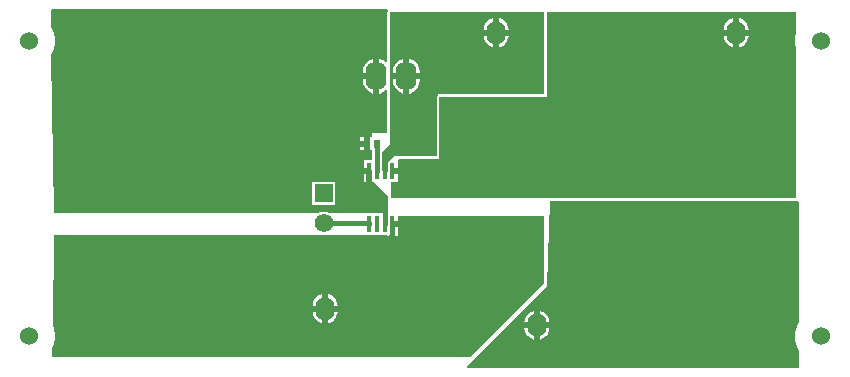
<source format=gbr>
G04*
G04 #@! TF.GenerationSoftware,Altium Limited,Altium Designer,23.0.1 (38)*
G04*
G04 Layer_Physical_Order=1*
G04 Layer_Color=255*
%FSLAX25Y25*%
%MOIN*%
G70*
G04*
G04 #@! TF.SameCoordinates,E18D91D4-50B4-47E9-96DD-EFB38571A0BB*
G04*
G04*
G04 #@! TF.FilePolarity,Positive*
G04*
G01*
G75*
%ADD15R,0.01700X0.05500*%
%ADD16R,0.02362X0.02520*%
%ADD17R,0.21900X0.13800*%
%ADD23C,0.06181*%
%ADD24R,0.06181X0.06181*%
%ADD26C,0.01500*%
%ADD27O,0.17717X0.12795*%
%ADD28C,0.06000*%
%ADD29O,0.06890X0.09843*%
%ADD30O,0.06299X0.07874*%
%ADD31C,0.05000*%
G36*
X131258Y120308D02*
X131256Y120296D01*
X131197Y120000D01*
Y103237D01*
X130724Y103077D01*
X130670Y103147D01*
X129742Y103859D01*
X128660Y104307D01*
X128500Y104328D01*
Y98500D01*
Y92672D01*
X128660Y92693D01*
X129742Y93141D01*
X130670Y93853D01*
X130724Y93923D01*
X131197Y93763D01*
Y79697D01*
X131000Y79500D01*
X126000D01*
Y78260D01*
X125268D01*
Y76000D01*
Y73740D01*
X126000D01*
Y70650D01*
X123350D01*
Y67900D01*
X125200D01*
Y66900D01*
X126062D01*
Y63362D01*
X126200D01*
Y63150D01*
X126850D01*
X131500Y58500D01*
Y53000D01*
X130260Y53000D01*
X111694D01*
X111497Y53114D01*
X110511Y53378D01*
X109490D01*
X108503Y53114D01*
X108306Y53000D01*
X20000Y53000D01*
X19224Y105741D01*
X19487Y106133D01*
X20140Y107710D01*
X20472Y109383D01*
Y111089D01*
X20140Y112763D01*
X19487Y114339D01*
X19089Y114934D01*
X19008Y120440D01*
X19359Y120796D01*
X130983D01*
X131258Y120308D01*
D02*
G37*
G36*
X183500Y92500D02*
X148000D01*
Y92113D01*
X147932Y92068D01*
X147758Y91807D01*
X147697Y91500D01*
Y72000D01*
X131500D01*
Y70650D01*
X131300D01*
Y70438D01*
X131162D01*
Y66900D01*
X129338D01*
Y70438D01*
X129300D01*
Y70650D01*
X129284D01*
Y73284D01*
X132000Y76000D01*
Y120000D01*
X183500D01*
Y92500D01*
D02*
G37*
G36*
X267500Y113033D02*
X267388Y112763D01*
X267055Y111089D01*
Y109383D01*
X267388Y107710D01*
X267500Y107439D01*
Y58000D01*
X132500D01*
Y63150D01*
X134650D01*
Y65900D01*
X132800D01*
Y67900D01*
X134650D01*
Y70650D01*
X135005Y71000D01*
X148500D01*
Y91500D01*
X184500D01*
Y120000D01*
X267500D01*
Y113033D01*
D02*
G37*
G36*
X183500Y29500D02*
X159000Y5000D01*
X19856D01*
X19504Y5356D01*
X19534Y7823D01*
X20140Y9285D01*
X20472Y10958D01*
Y12664D01*
X20140Y14337D01*
X19627Y15574D01*
X19988Y45500D01*
X130950D01*
Y45350D01*
X131800D01*
Y45562D01*
X131938D01*
Y49100D01*
X132800D01*
Y50100D01*
X134650D01*
Y52000D01*
X183500D01*
Y29500D01*
D02*
G37*
G36*
X268500Y56500D02*
Y16601D01*
X268041Y15914D01*
X267388Y14337D01*
X267055Y12664D01*
Y10958D01*
X267388Y9285D01*
X268041Y7708D01*
X268500Y7021D01*
Y1204D01*
X157858D01*
X157666Y1666D01*
X184500Y28500D01*
X185500Y57000D01*
X268000D01*
X268500Y56500D01*
D02*
G37*
%LPC*%
G36*
X126500Y104328D02*
X126340Y104307D01*
X125258Y103859D01*
X124330Y103147D01*
X123617Y102218D01*
X123170Y101137D01*
X123017Y99976D01*
Y99500D01*
X126500D01*
Y104328D01*
D02*
G37*
G36*
Y97500D02*
X123017D01*
Y97024D01*
X123170Y95863D01*
X123617Y94782D01*
X124330Y93853D01*
X125258Y93141D01*
X126340Y92693D01*
X126500Y92672D01*
Y97500D01*
D02*
G37*
G36*
X123268Y78260D02*
X122087D01*
Y77000D01*
X123268D01*
Y78260D01*
D02*
G37*
G36*
Y75000D02*
X122087D01*
Y73740D01*
X123268D01*
Y75000D01*
D02*
G37*
G36*
X124200Y65900D02*
X123350D01*
Y63150D01*
X124200D01*
Y65900D01*
D02*
G37*
G36*
X113878Y63378D02*
X106122D01*
Y55622D01*
X113878D01*
Y63378D01*
D02*
G37*
G36*
X168500Y117841D02*
Y114000D01*
X171657D01*
X171543Y114871D01*
X171125Y115880D01*
X170459Y116747D01*
X169593Y117412D01*
X168583Y117830D01*
X168500Y117841D01*
D02*
G37*
G36*
X166500D02*
X166417Y117830D01*
X165407Y117412D01*
X164541Y116747D01*
X163875Y115880D01*
X163457Y114871D01*
X163343Y114000D01*
X166500D01*
Y117841D01*
D02*
G37*
G36*
X171657Y112000D02*
X168500D01*
Y108159D01*
X168583Y108170D01*
X169593Y108588D01*
X170459Y109253D01*
X171125Y110120D01*
X171543Y111129D01*
X171657Y112000D01*
D02*
G37*
G36*
X166500D02*
X163343D01*
X163457Y111129D01*
X163875Y110120D01*
X164541Y109253D01*
X165407Y108588D01*
X166417Y108170D01*
X166500Y108159D01*
Y112000D01*
D02*
G37*
G36*
X138500Y104328D02*
Y99500D01*
X141983D01*
Y99976D01*
X141831Y101137D01*
X141383Y102218D01*
X140670Y103147D01*
X139742Y103859D01*
X138660Y104307D01*
X138500Y104328D01*
D02*
G37*
G36*
X136500D02*
X136340Y104307D01*
X135258Y103859D01*
X134330Y103147D01*
X133617Y102218D01*
X133169Y101137D01*
X133017Y99976D01*
Y99500D01*
X136500D01*
Y104328D01*
D02*
G37*
G36*
X141983Y97500D02*
X138500D01*
Y92672D01*
X138660Y92693D01*
X139742Y93141D01*
X140670Y93853D01*
X141383Y94782D01*
X141831Y95863D01*
X141983Y97024D01*
Y97500D01*
D02*
G37*
G36*
X136500D02*
X133017D01*
Y97024D01*
X133169Y95863D01*
X133617Y94782D01*
X134330Y93853D01*
X135258Y93141D01*
X136340Y92693D01*
X136500Y92672D01*
Y97500D01*
D02*
G37*
G36*
X248500Y117841D02*
Y114000D01*
X251657D01*
X251543Y114871D01*
X251125Y115880D01*
X250460Y116747D01*
X249593Y117412D01*
X248583Y117830D01*
X248500Y117841D01*
D02*
G37*
G36*
X246500D02*
X246417Y117830D01*
X245407Y117412D01*
X244541Y116747D01*
X243875Y115880D01*
X243457Y114871D01*
X243343Y114000D01*
X246500D01*
Y117841D01*
D02*
G37*
G36*
X251657Y112000D02*
X248500D01*
Y108159D01*
X248583Y108170D01*
X249593Y108588D01*
X250460Y109253D01*
X251125Y110120D01*
X251543Y111129D01*
X251657Y112000D01*
D02*
G37*
G36*
X246500D02*
X243343D01*
X243457Y111129D01*
X243875Y110120D01*
X244541Y109253D01*
X245407Y108588D01*
X246417Y108170D01*
X246500Y108159D01*
Y112000D01*
D02*
G37*
G36*
X134650Y48100D02*
X133800D01*
Y45350D01*
X134650D01*
Y48100D01*
D02*
G37*
G36*
X111500Y25841D02*
Y22000D01*
X114657D01*
X114543Y22871D01*
X114125Y23880D01*
X113460Y24747D01*
X112593Y25412D01*
X111583Y25830D01*
X111500Y25841D01*
D02*
G37*
G36*
X109500D02*
X109417Y25830D01*
X108407Y25412D01*
X107541Y24747D01*
X106875Y23880D01*
X106457Y22871D01*
X106343Y22000D01*
X109500D01*
Y25841D01*
D02*
G37*
G36*
X114657Y20000D02*
X111500D01*
Y16159D01*
X111583Y16170D01*
X112593Y16588D01*
X113460Y17253D01*
X114125Y18120D01*
X114543Y19129D01*
X114657Y20000D01*
D02*
G37*
G36*
X109500D02*
X106343D01*
X106457Y19129D01*
X106875Y18120D01*
X107541Y17253D01*
X108407Y16588D01*
X109417Y16170D01*
X109500Y16159D01*
Y20000D01*
D02*
G37*
G36*
X182000Y20341D02*
Y16500D01*
X185157D01*
X185043Y17371D01*
X184625Y18380D01*
X183959Y19247D01*
X183093Y19912D01*
X182083Y20330D01*
X182000Y20341D01*
D02*
G37*
G36*
X180000D02*
X179917Y20330D01*
X178907Y19912D01*
X178041Y19247D01*
X177375Y18380D01*
X176957Y17371D01*
X176843Y16500D01*
X180000D01*
Y20341D01*
D02*
G37*
G36*
X185157Y14500D02*
X182000D01*
Y10659D01*
X182083Y10670D01*
X183093Y11088D01*
X183959Y11753D01*
X184625Y12620D01*
X185043Y13629D01*
X185157Y14500D01*
D02*
G37*
G36*
X180000D02*
X176843D01*
X176957Y13629D01*
X177375Y12620D01*
X178041Y11753D01*
X178907Y11088D01*
X179917Y10670D01*
X180000Y10659D01*
Y14500D01*
D02*
G37*
%LPD*%
D15*
X130300Y49100D02*
D03*
X127700D02*
D03*
X125200D02*
D03*
Y66900D02*
D03*
X127700D02*
D03*
X130300D02*
D03*
X132800D02*
D03*
Y49100D02*
D03*
D16*
X124268Y76000D02*
D03*
X127732D02*
D03*
D17*
X166269Y44508D02*
D03*
Y75708D02*
D03*
D23*
X110000Y49500D02*
D03*
D24*
Y59500D02*
D03*
D26*
X130280Y67055D02*
Y70369D01*
X138000Y78090D01*
Y82500D01*
X127716Y66916D02*
Y75984D01*
X127700Y66900D02*
X127716Y66916D01*
X137500Y83000D02*
X138000Y82500D01*
X137500Y83000D02*
Y98500D01*
X125200Y60600D02*
X130300Y55500D01*
Y49100D02*
Y55500D01*
X125200Y60600D02*
Y66900D01*
X127716Y75984D02*
X127732Y76000D01*
X125100Y49500D02*
X125200Y49400D01*
Y49100D02*
Y49400D01*
X110000Y49500D02*
X125100D01*
D27*
X41346Y84031D02*
D03*
X84654Y22220D02*
D03*
Y99779D02*
D03*
Y37969D02*
D03*
X41346Y99779D02*
D03*
X84654Y84031D02*
D03*
X41346Y22220D02*
D03*
Y37969D02*
D03*
X247153Y78031D02*
D03*
Y93779D02*
D03*
X203847Y31969D02*
D03*
X247153Y16220D02*
D03*
X203847Y78031D02*
D03*
Y16220D02*
D03*
Y93779D02*
D03*
X247153Y31969D02*
D03*
D28*
X275716Y11811D02*
D03*
Y110236D02*
D03*
X11811D02*
D03*
Y11811D02*
D03*
D29*
X127500Y98500D02*
D03*
X137500D02*
D03*
D30*
X181000Y15500D02*
D03*
X247500Y113000D02*
D03*
X167500D02*
D03*
X110500Y21000D02*
D03*
D31*
X246000Y48500D02*
D03*
X201500Y47000D02*
D03*
X171000Y4500D02*
D03*
X83500Y115500D02*
D03*
X43000Y116000D02*
D03*
X118000Y68000D02*
D03*
M02*

</source>
